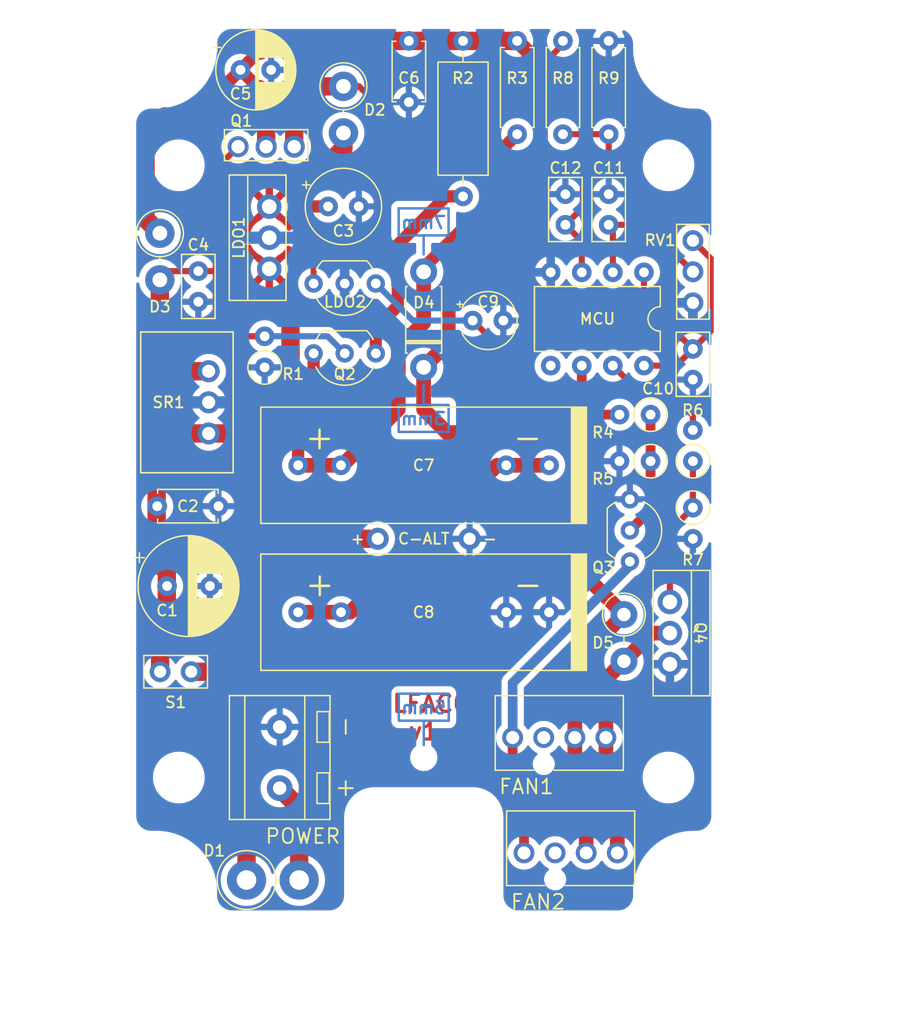
<source format=kicad_pcb>
(kicad_pcb (version 20211014) (generator pcbnew)
  (layers (0 "F.Cu" signal) (31 "B.Cu" signal) (34 "B.Paste" user) (35 "F.Paste" user) (36 "B.SilkS" user "B.Silkscreen") (37 "F.SilkS" user "F.Silkscreen") (38 "B.Mask" user) (39 "F.Mask" user) (44 "Edge.Cuts" user))
  (net 0 "")
  (net 1 "GND")
  (net 2 "Net-(C1-Pad1)")
  (net 3 "Net-(D2-Pad1)")
  (net 6 "Net-(FAN1-Pad4)")
  (net 7 "Net-(D1-Pad1)")
  (net 8 "Net-(D1-Pad2)")
  (net 9 "Net-(C3-Pad1)")
  (net 10 "Net-(C4-Pad1)")
  (net 11 "Net-(Q3-Pad2)")
  (net 13 "Net-(Q4-Pad1)")
  (net 14 "Net-(R4-Pad2)")
  (net 15 "Net-(C11-Pad1)")
  (net 16 "Net-(C10-Pad2)")
  (net 17 "Net-(R6-Pad2)")
  (net 18 "Net-(C5-Pad1)")
  (net 19 "Net-(C7-Pad1)")
  (net 20 "Net-(C7-Pad2)")
  (net 21 "Net-(Q2-Pad1)")
  (net 22 "Net-(C12-Pad1)")
  (net 23 "Net-(D5-Pad2)")
  (footprint "Capacitor_THT:C_Disc_D5.0mm_W2.5mm_P2.50mm" (layer "F.Cu") (at 65.57 46.5 90)
    (fp_text reference "C12")
    (fp_text value "0.1uF" hide)
  )
  (footprint "components:R_Axial_DIN0207_L6.3mm_D2.5mm_P7.62mm_Horizontal" (layer "F.Cu") (at 61.629686 31.48034 -90)
    (fp_text reference "R3")
    (fp_text value "330")
  )
  (footprint "Diode_THT:D_DO-41_SOD81_P3.81mm_Vertical_AnodeUp" (layer "F.Cu") (at 70.350204 78.330131 -90)
    (fp_text reference "D5")
    (fp_text value "1N5817" hide)
  )
  (footprint "Capacitor_THT:C_Disc_D5.0mm_W2.5mm_P2.50mm" (layer "F.Cu") (at 69.10687 46.5 90)
    (fp_text reference "C11")
    (fp_text value "0.1uF" hide)
  )
  (footprint "Capacitor_THT:C_Disc_D5.0mm_W2.5mm_P2.50mm" (layer "F.Cu") (at 35.582982 50.280987 -90)
    (fp_text reference "C4")
    (fp_text value "0.1uF")
  )
  (footprint "Package_TO_SOT_THT:TO-220-3_Vertical" (layer "F.Cu") (at 41.376883 50.093309 90)
    (fp_text reference "LDO1")
    (fp_text value "MIC2940A" hide)
  )
  (footprint "" (layer "F.Cu") (at 57.738286 72.140131)
    (fp_text reference "")
    (fp_text value "")
  )
  (footprint "Package_TO_SOT_THT:TO-251-3_Vertical" (layer "F.Cu") (at 38.833075 40.12)
    (fp_text reference "Q1")
    (fp_text value "TSM480P06")
  )
  (footprint "" (layer "F.Cu") (at 43.738286 78.140131 180)
    (fp_text reference "")
    (fp_text value "")
  )
  (footprint "Capacitor_THT:CP_Radial_D6.3mm_P2.50mm" (layer "F.Cu") (at 39.029794 33.847238)
    (fp_text reference "C5")
    (fp_text value "100uF" hide)
  )
  (footprint "Connector_PinHeader_2.54mm:PinHeader_1x03_P2.54mm_Vertical" (layer "F.Cu") (at 75.988286 52.873106 180)
    (fp_text reference "RV1")
    (fp_text value "50K" hide)
  )
  (footprint "Package_TO_SOT_THT:TO-220-3_Vertical" (layer "F.Cu") (at 74.104517 77.304451 -90)
    (fp_text reference "Q4")
    (fp_text value "STP55NF06L" hide)
  )
  (footprint "MountingHole:MountingHole_3.2mm_M3" (layer "F.Cu") (at 33.988286 41.640131)
    (fp_text reference "REF**" hide)
    (fp_text value "MountingHole_3.2mm_M3")
  )
  (footprint "Resistor_THT:R_Axial_DIN0207_L6.3mm_D2.5mm_P2.54mm_Vertical" (layer "F.Cu") (at 72.528286 65.80375 180)
    (fp_text reference "R5")
    (fp_text value "47K" hide)
  )
  (footprint "Capacitor_THT:C_Disc_D4.7mm_W2.5mm_P5.00mm" (layer "F.Cu") (at 52.784722 31.48034 -90)
    (fp_text reference "C6")
    (fp_text value "1uF" hide)
  )
  (footprint "Package_TO_SOT_THT:TO-92_Inline_Wide" (layer "F.Cu") (at 50.08 57 180)
    (fp_text reference "Q2")
    (fp_text value "TP0606")
  )
  (footprint "components:CONN_SD-47053-001_H10p00_MOL" (layer "F.Cu") (at 69.81 97.794404)
    (fp_text reference "FAN2")
    (fp_text value "Motor_DC" hide)
  )
  (footprint "" (layer "F.Cu") (at 43.738286 66.140131)
    (fp_text reference "")
    (fp_text value "")
  )
  (footprint "Capacitor_THT:CP_Radial_D8.0mm_P3.50mm" (layer "F.Cu") (at 33.028792 76)
    (fp_text reference "C1")
    (fp_text value "390uF")
  )
  (footprint "components:SCMR14L334SSBB0" (layer "F.Cu") (at 47.238286 78.140131)
    (fp_text reference "C8")
    (fp_text value "0.6F" hide)
  )
  (footprint "MountingHole:MountingHole_3.2mm_M3" (layer "F.Cu") (at 73.988286 41.640131)
    (fp_text reference "REF**" hide)
    (fp_text value "MountingHole_3.2mm_M3")
  )
  (footprint "Resistor_THT:R_Axial_DIN0207_L6.3mm_D2.5mm_P2.54mm_Vertical" (layer "F.Cu") (at 41 58.144515 90)
    (fp_text reference "R1")
    (fp_text value "47K")
  )
  (footprint "Capacitor_THT:C_Disc_D5.0mm_W2.5mm_P2.50mm" (layer "F.Cu") (at 75.988286 59.140131 90)
    (fp_text reference "C10")
    (fp_text value "0.1uF")
  )
  (footprint "Capacitor_THT:CP_Radial_Tantal_D6.0mm_P2.50mm" (layer "F.Cu") (at 46.186198 45)
    (fp_text reference "C3")
    (fp_text value "15uF")
  )
  (footprint "Diode_THT:D_DO-41_SOD81_P7.62mm_Horizontal" (layer "F.Cu") (at 53.988286 58.140131 90)
    (fp_text reference "D4")
    (fp_text value "SB140")
  )
  (footprint "Resistor_THT:R_Axial_DIN0207_L6.3mm_D2.5mm_P2.54mm_Vertical" (layer "F.Cu") (at 75.988286 69.60375 -90)
    (fp_text reference "R7")
    (fp_text value "47K" hide)
  )
  (footprint "MountingHole:MountingHole_3.2mm_M3" (layer "F.Cu") (at 73.988286 91.640131)
    (fp_text reference "REF**" hide)
    (fp_text value "MountingHole_3.2mm_M3" hide)
  )
  (footprint "Diode_THT:D_DO-15_P3.81mm_Vertical_AnodeUp" (layer "F.Cu") (at 47.436847 35.19 -90)
    (fp_text reference "D2")
    (fp_text value "STPS3L60Q")
  )
  (footprint "MountingHole:MountingHole_2mm" (layer "F.Cu") (at 54 90)
    (fp_text reference " ")
    (fp_text value " ")
  )
  (footprint "" (layer "F.Cu") (at 64.238286 66.140131)
    (fp_text reference "")
    (fp_text value "")
  )
  (footprint "Capacitor_THT:C_Disc_D4.7mm_W2.5mm_P5.00mm" (layer "F.Cu") (at 32.226954 69.479913)
    (fp_text reference "C2")
    (fp_text value "1uF" hide)
  )
  (footprint "components:R_Axial_DIN0207_L6.3mm_D2.5mm_P7.62mm_Horizontal" (layer "F.Cu") (at 65.370112 31.48034 -90)
    (fp_text reference "R8")
    (fp_text value "91K" hide)
  )
  (footprint "Package_TO_SOT_THT:TO-92_Inline_Wide" (layer "F.Cu") (at 70.83634 68.92 -90)
    (fp_text reference "Q3")
    (fp_text value "ZVN3306A" hide)
  )
  (footprint "components:SCMR14L334SSBB0" (layer "F.Cu") (at 47.238286 66.140131)
    (fp_text reference "C7")
    (fp_text value "0.6F" hide)
  )
  (footprint "MountingHole:MountingHole_3.2mm_M3" (layer "F.Cu") (at 33.988286 91.640131)
    (fp_text reference "REF**" hide)
    (fp_text value "MountingHole_3.2mm_M3" hide)
  )
  (footprint "" (layer "F.Cu") (at 64.238286 78.140131 180)
    (fp_text reference "")
    (fp_text value "")
  )
  (footprint "components:R_Axial_DIN0207_L6.3mm_D2.5mm_P7.62mm_Horizontal" (layer "F.Cu") (at 69.10687 31.48034 -90)
    (fp_text reference "R9")
    (fp_text value "15K" hide)
  )
  (footprint "Package_TO_SOT_THT:TO-92_Inline_Wide" (layer "F.Cu") (at 50.08 51.293212 180)
    (fp_text reference "LDO2")
    (fp_text value "AP7381" hide)
  )
  (footprint "components:TerminalBlock_RND_205-00045_1x02_P5.00mm_Horizontal" (layer "F.Cu") (at 42.228468 87.508401 -90)
    (fp_text reference "POWER1" hide)
    (fp_text value "SOLAR PANEL 0-25V" hide)
  )
  (footprint "Connector_PinHeader_2.54mm:PinHeader_1x02_P2.54mm_Vertical" (layer "F.Cu") (at 35 83 -90)
    (fp_text reference "S1")
    (fp_text value "Conn_01x02_Female" hide)
  )
  (footprint "Resistor_THT:R_Axial_DIN0207_L6.3mm_D2.5mm_P2.54mm_Vertical" (layer "F.Cu") (at 75.988286 65.80375 90)
    (fp_text reference "R6")
    (fp_text value "1K" hide)
  )
  (footprint "components:D_DO-201AD_P4.00mm_Vertical_AnodeUp" (layer "F.Cu") (at 39.519158 100.010338)
    (fp_text reference "D1")
    (fp_text value "1N5408")
  )
  (footprint "components:CONN_SD-47053-001_H10p00_MOL" (layer "F.Cu") (at 68.880071 88.3757)
    (fp_text reference "FAN1")
    (fp_text value "Motor_DC" hide)
  )
  (footprint "Resistor_THT:R_Axial_DIN0207_L6.3mm_D2.5mm_P2.54mm_Vertical" (layer "F.Cu") (at 72.528286 62.00375 180)
    (fp_text reference "R4")
    (fp_text value "150" hide)
  )
  (footprint "components:CONV_R-78K12-1.0" (layer "F.Cu") (at 34.651012 61 90)
    (fp_text reference "SR1" hide)
    (fp_text value "R-78K12-1.0" hide)
  )
  (footprint "Capacitor_THT:CP_Radial_Tantal_D4.5mm_P2.50mm" (layer "F.Cu") (at 58 54.320131)
    (fp_text reference "C9")
    (fp_text value "4.7uF" hide)
  )
  (footprint "Package_DIP:DIP-8_W7.62mm" (layer "F.Cu") (at 71.988286 50.38 -90)
    (fp_text reference "U1" hide)
    (fp_text value "ATtiny85" hide)
  )
  (footprint "components:R_Axial_DIN0309_L9.0mm_D3.9mm_P12.70mm_Horizontal" (layer "F.Cu") (at 57.206598 31.48034 -90)
    (fp_text reference "R2")
    (fp_text value "82")
  )
  (footprint "Diode_THT:D_DO-15_P3.81mm_Vertical_AnodeUp" (layer "F.Cu") (at 32.440301 47.187871 -90)
    (fp_text reference "D3")
    (fp_text value "STPS3L60Q")
  )
  (footprint "" (layer "F.Cu") (at 50.238286 72.140131)
    (fp_text reference "")
    (fp_text value "")
  )
  (gr_line (start 53.989202 48.925749) (end 53.988286 47.366247) (layer "B.Cu") (width 0.2))
  (gr_line (start 54 87) (end 54 89) (layer "B.Cu") (width 0.2))
  (gr_line (start 53.987396 59.57343) (end 53.988286 61.140131) (layer "B.Cu") (width 0.2))
  (gr_rect (start 51.948286 61.207215) (end 56.02828 63.413633) (layer "B.Cu") (width 0.2) (fill none))
  (gr_rect (start 51.948286 45.159829) (end 56.028286 47.366247) (layer "B.Cu") (width 0.2) (fill none))
  (gr_rect (start 51.96 84.793582) (end 56.04 87) (layer "B.Cu") (width 0.2) (fill none))
  (gr_poly (pts (xy 69.973464 30.002233) (xy 70.060831 30.008872) (xy 70.146928 30.019808) (xy 70.231646 30.034933) (xy 70.314878 30.054139) (xy 70.396516 30.077318) (xy 70.47645 30.104361) (xy 70.554574 30.135162) (xy 70.63078 30.169611) (xy 70.704958 30.207601) (xy 70.777001 30.249023) (xy 70.846801 30.293769) (xy 70.914249 30.341732) (xy 70.979238 30.392802) (xy 71.04166 30.446873) (xy 71.101406 30.503835) (xy 71.158369 30.563581) (xy 71.212439 30.626003) (xy 71.26351 30.690992) (xy 71.311472 30.758441) (xy 71.356218 30.828241) (xy 71.39764 30.900284) (xy 71.43563 30.974463) (xy 71.470079 31.050668) (xy 71.50088 31.128792) (xy 71.527924 31.208727) (xy 71.551103 31.290365) (xy 71.570309 31.373597) (xy 71.585434 31.458315) (xy 71.59637 31.544412) (xy 71.603009 31.631779) (xy 71.605242 31.720308) (xy 71.605242 32.055172) (xy 71.611036 32.283909) (xy 71.628211 32.509643) (xy 71.656488 32.732095) (xy 71.695589 32.950984) (xy 71.745232 33.166032) (xy 71.80514 33.37696) (xy 71.875033 33.583488) (xy 71.954632 33.785336) (xy 72.043657 33.982227) (xy 72.141828 34.17388) (xy 72.248867 34.360016) (xy 72.364495 34.540355) (xy 72.488431 34.714619) (xy 72.620398 34.882529) (xy 72.760114 35.043804) (xy 72.907302 35.198167) (xy 73.061681 35.345336) (xy 73.222973 35.485034) (xy 73.390898 35.616981) (xy 73.565177 35.740897) (xy 73.74553 35.856503) (xy 73.931679 35.963521) (xy 74.123343 36.06167) (xy 74.320244 36.150672) (xy 74.522102 36.230247) (xy 74.728637 36.300116) (xy 74.939572 36.36) (xy 75.154626 36.409619) (xy 75.37352 36.448694) (xy 75.595974 36.476946) (xy 75.82171 36.494095) (xy 76.050448 36.499863) (xy 76.279894 36.499863) (xy 76.368423 36.502096) (xy 76.455789 36.508735) (xy 76.541886 36.519671) (xy 76.626604 36.534796) (xy 76.709835 36.554002) (xy 76.791472 36.577181) (xy 76.871407 36.604225) (xy 76.949531 36.635025) (xy 77.025736 36.669475) (xy 77.099914 36.707464) (xy 77.171957 36.748886) (xy 77.241757 36.793633) (xy 77.309205 36.841595) (xy 77.374194 36.892666) (xy 77.436616 36.946736) (xy 77.496362 37.003699) (xy 77.553324 37.063445) (xy 77.607395 37.125866) (xy 77.658465 37.190856) (xy 77.706428 37.258304) (xy 77.751174 37.328104) (xy 77.792596 37.400147) (xy 77.830586 37.474326) (xy 77.865036 37.550531) (xy 77.895836 37.628655) (xy 77.92288 37.70859) (xy 77.94606 37.790227) (xy 77.965266 37.873459) (xy 77.980391 37.958178) (xy 77.991328 38.044275) (xy 77.997967 38.131642) (xy 78.0002 38.220171) (xy 78.0002 94.780281) (xy 77.997967 94.86881) (xy 77.991329 94.956176) (xy 77.980393 95.042271) (xy 77.965269 95.126989) (xy 77.946063 95.210219) (xy 77.922884 95.291855) (xy 77.89584 95.371788) (xy 77.86504 95.44991) (xy 77.830591 95.526114) (xy 77.792601 95.60029) (xy 77.751179 95.672331) (xy 77.706433 95.74213) (xy 77.658471 95.809576) (xy 77.6074 95.874564) (xy 77.55333 95.936984) (xy 77.496368 95.996729) (xy 77.436622 96.05369) (xy 77.3742 96.10776) (xy 77.309211 96.158829) (xy 77.241762 96.206791) (xy 77.171962 96.251538) (xy 77.099919 96.29296) (xy 77.02574 96.33095) (xy 76.949535 96.3654) (xy 76.871411 96.396202) (xy 76.791476 96.423248) (xy 76.709838 96.446429) (xy 76.626606 96.465638) (xy 76.541888 96.480766) (xy 76.455791 96.491706) (xy 76.368423 96.498349) (xy 76.279894 96.500587) (xy 76.050448 96.500587) (xy 75.821691 96.506371) (xy 75.595937 96.523537) (xy 75.373465 96.551804) (xy 75.154555 96.590895) (xy 74.939486 96.64053) (xy 74.728536 96.700429) (xy 74.521987 96.770313) (xy 74.320116 96.849903) (xy 74.123204 96.93892) (xy 73.931529 97.037085) (xy 73.745372 97.144118) (xy 73.565011 97.259739) (xy 73.390725 97.383671) (xy 73.222795 97.515632) (xy 73.061499 97.655345) (xy 72.907117 97.80253) (xy 72.759928 97.956908) (xy 72.620212 98.118199) (xy 72.488247 98.286124) (xy 72.364314 98.460404) (xy 72.248691 98.640759) (xy 72.141659 98.826911) (xy 72.043495 99.01858) (xy 71.954481 99.215487) (xy 71.874894 99.417353) (xy 71.805015 99.623897) (xy 71.745122 99.834842) (xy 71.695496 100.049908) (xy 71.656415 100.268815) (xy 71.628158 100.491284) (xy 71.611006 100.717037) (xy 71.605238 100.945793) (xy 71.605238 101.280144) (xy 71.603005 101.368673) (xy 71.596366 101.45604) (xy 71.58543 101.542137) (xy 71.570305 101.626856) (xy 71.551099 101.710088) (xy 71.52792 101.791726) (xy 71.500876 101.871661) (xy 71.470076 101.949785) (xy 71.435627 102.02599) (xy 71.397637 102.100168) (xy 71.356215 102.172212) (xy 71.311469 102.242012) (xy 71.263507 102.30946) (xy 71.212436 102.37445) (xy 71.158366 102.436871) (xy 71.101404 102.496617) (xy 71.041658 102.55358) (xy 70.979236 102.60765) (xy 70.914247 102.658721) (xy 70.846799 102.706683) (xy 70.776999 102.751429) (xy 70.704956 102.792851) (xy 70.630777 102.830841) (xy 70.554572 102.86529) (xy 70.476448 102.89609) (xy 70.396513 102.923134) (xy 70.314876 102.946312) (xy 70.231644 102.965518) (xy 70.146925 102.980643) (xy 70.060828 102.991579) (xy 69.973461 102.998217) (xy 69.884932 103.00045) (xy 61.725237 103.000107) (xy 61.636445 102.997858) (xy 61.548819 102.991192) (xy 61.462467 102.980216) (xy 61.377497 102.965038) (xy 61.294019 102.945769) (xy 61.21214 102.922515) (xy 61.131969 102.895385) (xy 61.053613 102.864487) (xy 60.977183 102.829931) (xy 60.902785 102.791824) (xy 60.830529 102.750275) (xy 60.760523 102.705392) (xy 60.692875 102.657284) (xy 60.627693 102.606058) (xy 60.565087 102.551825) (xy 60.505164 102.494691) (xy 60.448033 102.434765) (xy 60.393802 102.372156) (xy 60.342579 102.306973) (xy 60.294474 102.239322) (xy 60.249594 102.169314) (xy 60.208048 102.097056) (xy 60.169944 102.022657) (xy 60.135391 101.946225) (xy 60.104497 101.867869) (xy 60.077371 101.787696) (xy 60.05412 101.705816) (xy 60.034854 101.622337) (xy 60.01968 101.537367) (xy 60.008708 101.451015) (xy 60.002045 101.363389) (xy 59.9998 101.274597) (xy 59.999804 94.915413) (xy 59.997236 94.813854) (xy 59.989615 94.713628) (xy 59.977064 94.614859) (xy 59.959709 94.517672) (xy 59.937672 94.42219) (xy 59.911078 94.328536) (xy 59.880051 94.236836) (xy 59.844714 94.147214) (xy 59.805193 94.059792) (xy 59.76161 93.974696) (xy 59.71409 93.892048) (xy 59.662756 93.811974) (xy 59.607734 93.734597) (xy 59.549146 93.660042) (xy 59.487117 93.588431) (xy 59.42177 93.51989) (xy 59.353231 93.454542) (xy 59.281622 93.392511) (xy 59.207067 93.333921) (xy 59.129692 93.278896) (xy 59.049619 93.227561) (xy 58.966973 93.180038) (xy 58.881878 93.136453) (xy 58.794458 93.096929) (xy 58.704836 93.06159) (xy 58.613137 93.03056) (xy 58.519484 93.003964) (xy 58.424002 92.981924) (xy 58.326815 92.964566) (xy 58.228047 92.952013) (xy 58.127821 92.944389) (xy 58.026262 92.941818) (xy 49.973543 92.941589) (xy 49.875682 92.944012) (xy 49.778485 92.951241) (xy 49.682113 92.963209) (xy 49.58673 92.979849) (xy 49.492495 93.001095) (xy 49.399572 93.026878) (xy 49.308122 93.057134) (xy 49.218307 93.091793) (xy 49.130288 93.13079) (xy 49.044227 93.174057) (xy 48.960286 93.221527) (xy 48.878627 93.273134) (xy 48.799411 93.32881) (xy 48.722801 93.388489) (xy 48.648958 93.452102) (xy 48.578043 93.519585) (xy 48.510559 93.590497) (xy 48.446942 93.664339) (xy 48.387262 93.740948) (xy 48.331583 93.820162) (xy 48.279974 93.90182) (xy 48.232501 93.98576) (xy 48.189231 94.071819) (xy 48.150231 94.159838) (xy 48.115569 94.249652) (xy 48.085311 94.341102) (xy 48.059524 94.434025) (xy 48.038275 94.528258) (xy 48.021632 94.623641) (xy 48.00966 94.720012) (xy 48.002428 94.817209) (xy 48.000002 94.91507) (xy 48.000006 101.274261) (xy 47.997761 101.363055) (xy 47.991098 101.450682) (xy 47.980125 101.537036) (xy 47.964952 101.622007) (xy 47.945686 101.705488) (xy 47.922436 101.787369) (xy 47.895309 101.867543) (xy 47.864416 101.945901) (xy 47.829863 102.022335) (xy 47.79176 102.096735) (xy 47.750214 102.168995) (xy 47.705334 102.239005) (xy 47.65723 102.306657) (xy 47.606007 102.371842) (xy 47.551777 102.434453) (xy 47.494646 102.49438) (xy 47.434723 102.551516) (xy 47.372116 102.605751) (xy 47.306935 102.656978) (xy 47.239287 102.705089) (xy 47.16928 102.749974) (xy 47.097024 102.791525) (xy 47.022626 102.829634) (xy 46.946195 102.864192) (xy 46.86784 102.895092) (xy 46.787668 102.922224) (xy 46.705788 102.945481) (xy 46.622309 102.964753) (xy 46.537339 102.979933) (xy 46.450985 102.990911) (xy 46.363358 102.997581) (xy 46.274565 102.999832) (xy 38.325075 103.000465) (xy 38.236546 102.998232) (xy 38.149179 102.991594) (xy 38.063082 102.980658) (xy 37.978364 102.965534) (xy 37.895132 102.946328) (xy 37.813494 102.923149) (xy 37.733559 102.896105) (xy 37.655435 102.865305) (xy 37.57923 102.830856) (xy 37.505051 102.792866) (xy 37.433008 102.751444) (xy 37.363208 102.706698) (xy 37.295759 102.658736) (xy 37.23077 102.607665) (xy 37.168348 102.553595) (xy 37.108602 102.496633) (xy 37.05164 102.436887) (xy 36.997569 102.374465) (xy 36.946499 102.309476) (xy 36.898536 102.242027) (xy 36.85379 102.172227) (xy 36.812368 102.100184) (xy 36.774378 102.026005) (xy 36.739929 101.9498) (xy 36.709128 101.871676) (xy 36.682085 101.791741) (xy 36.658906 101.710103) (xy 36.6397 101.626871) (xy 36.624574 101.542153) (xy 36.613639 101.456056) (xy 36.607 101.368688) (xy 36.604767 101.280159) (xy 36.604767 100.945808) (xy 36.598999 100.717071) (xy 36.58185 100.491335) (xy 36.553598 100.268881) (xy 36.514523 100.049987) (xy 36.464904 99.834933) (xy 36.40502 99.623999) (xy 36.335151 99.417463) (xy 36.255576 99.215606) (xy 36.166574 99.018705) (xy 36.068425 98.827041) (xy 35.961407 98.640893) (xy 35.845801 98.46054) (xy 35.721884 98.286261) (xy 35.589938 98.118337) (xy 35.45024 97.957045) (xy 35.30307 97.802666) (xy 35.148708 97.655478) (xy 34.987432 97.515762) (xy 34.819523 97.383796) (xy 34.645259 97.259859) (xy 34.464919 97.144232) (xy 34.278783 97.037192) (xy 34.08713 96.939021) (xy 33.89024 96.849996) (xy 33.688391 96.770397) (xy 33.481864 96.700504) (xy 33.270936 96.640596) (xy 33.055888 96.590952) (xy 32.836999 96.551851) (xy 32.614547 96.523573) (xy 32.388814 96.506397) (xy 32.160076 96.500603) (xy 31.720308 96.500603) (xy 31.631779 96.49837) (xy 31.544412 96.491731) (xy 31.458315 96.480796) (xy 31.373597 96.465671) (xy 31.290365 96.446465) (xy 31.208727 96.423286) (xy 31.128792 96.396242) (xy 31.050668 96.365442) (xy 30.974463 96.330993) (xy 30.900284 96.293004) (xy 30.828241 96.251582) (xy 30.758441 96.206835) (xy 30.690992 96.158873) (xy 30.626003 96.107803) (xy 30.563581 96.053732) (xy 30.503835 95.99677) (xy 30.446873 95.937024) (xy 30.392802 95.874602) (xy 30.341732 95.809613) (xy 30.293769 95.742164) (xy 30.249023 95.672364) (xy 30.207601 95.600321) (xy 30.169611 95.526143) (xy 30.135162 95.449937) (xy 30.104361 95.371813) (xy 30.077318 95.291878) (xy 30.054139 95.210241) (xy 30.034933 95.127009) (xy 30.019808 95.04229) (xy 30.008872 94.956193) (xy 30.002233 94.868826) (xy 30 94.780296) (xy 30 38.220171) (xy 30.002233 38.131642) (xy 30.008872 38.044275) (xy 30.019808 37.958178) (xy 30.034933 37.873459) (xy 30.054139 37.790227) (xy 30.077318 37.70859) (xy 30.104362 37.628655) (xy 30.135163 37.550531) (xy 30.169612 37.474325) (xy 30.207602 37.400147) (xy 30.249024 37.328104) (xy 30.29377 37.258304) (xy 30.341733 37.190855) (xy 30.392803 37.125866) (xy 30.446874 37.063444) (xy 30.503836 37.003698) (xy 30.563582 36.946735) (xy 30.626004 36.892665) (xy 30.690993 36.841594) (xy 30.758442 36.793632) (xy 30.828242 36.748886) (xy 30.900285 36.707463) (xy 30.974463 36.669474) (xy 31.050668 36.635025) (xy 31.128792 36.604224) (xy 31.208727 36.57718) (xy 31.290365 36.554001) (xy 31.373597 36.534795) (xy 31.458315 36.51967) (xy 31.544412 36.508734) (xy 31.631779 36.502096) (xy 31.720308 36.499863) (xy 32.160076 36.499863) (xy 32.388795 36.494069) (xy 32.614511 36.476896) (xy 32.836945 36.448623) (xy 33.055819 36.409528) (xy 33.270851 36.359892) (xy 33.481765 36.299992) (xy 33.688279 36.23011) (xy 33.890115 36.150523) (xy 34.086994 36.061511) (xy 34.278637 35.963353) (xy 34.464764 35.856329) (xy 34.645095 35.740717) (xy 34.819353 35.616798) (xy 34.987257 35.484849) (xy 35.148528 35.345151) (xy 35.302888 35.197983) (xy 35.450056 35.043623) (xy 35.589754 34.882352) (xy 35.721702 34.714448) (xy 35.845622 34.54019) (xy 35.961233 34.359858) (xy 36.068258 34.173732) (xy 36.166415 33.982089) (xy 36.255427 33.78521) (xy 36.335014 33.583374) (xy 36.404897 33.37686) (xy 36.464796 33.165947) (xy 36.514432 32.950914) (xy 36.553527 32.732041) (xy 36.5818 32.509607) (xy 36.598974 32.283891) (xy 36.604767 32.055172) (xy 36.604767 31.720308) (xy 36.607 31.631779) (xy 36.613639 31.544412) (xy 36.624574 31.458315) (xy 36.6397 31.373596) (xy 36.658906 31.290364) (xy 36.682085 31.208727) (xy 36.709128 31.128792) (xy 36.739929 31.050668) (xy 36.774378 30.974462) (xy 36.812368 30.900284) (xy 36.85379 30.828241) (xy 36.898536 30.758441) (xy 36.946499 30.690992) (xy 36.997569 30.626003) (xy 37.05164 30.563581) (xy 37.108602 30.503835) (xy 37.168348 30.446872) (xy 37.23077 30.392802) (xy 37.295759 30.341731) (xy 37.363208 30.293769) (xy 37.433008 30.249023) (xy 37.505051 30.207601) (xy 37.57923 30.169611) (xy 37.655435 30.135162) (xy 37.733559 30.104361) (xy 37.813494 30.077317) (xy 37.895132 30.054139) (xy 37.978364 30.034933) (xy 38.063082 30.019808) (xy 38.149179 30.008872) (xy 38.236546 30.002233) (xy 38.325075 30) (xy 69.884936 30)) (layer "Edge.Cuts") (width 0.0001) (fill none))
  (gr_text "SOLFACON\nv1" (at 54 86.735295) (layer "F.Cu") (effects (font (size 1.4 1.4) (thickness 0.25))))
  (gr_text "7mm" (at 53.981242 46.319839) (layer "B.Cu") (effects (font (size 1 1) (thickness 0.2)) (justify mirror)))
  (gr_text "5mm" (at 53.992123 85.940604) (layer "B.Cu") (effects (font (size 1 1) (thickness 0.2)) (justify mirror)))
  (gr_text "3mm" (at 53.964656 62.340982) (layer "B.Cu") (effects (font (size 1 1) (thickness 0.2)) (justify mirror)))
  (gr_text "+\n" (at 47.510012 92.507842 90) (layer "F.SilkS") (effects (font (size 1.5 1.5))))
  (gr_text "-" (at 62.4828 64.140131 180) (layer "F.SilkS") (effects (font (size 2 2) (thickness 0.2))))
  (gr_text "+" (at 45.505057 76.140131 180) (layer "F.SilkS") (effects (font (size 2 2) (thickness 0.2))))
  (gr_text "+    C-ALT    -\n" (at 54 72.140131) (layer "F.SilkS") (effects (font (size 0.9 0.9))))
  (gr_text "-" (at 47.510012 87.507842 90) (layer "F.SilkS") (effects (font (size 1.5 1.5))))
  (gr_text "+" (at 45.4828 64.140131 180) (layer "F.SilkS") (effects (font (size 2 2) (thickness 0.2))))
  (gr_text "-" (at 62.505057 76.140131 180) (layer "F.SilkS") (effects (font (size 2 2) (thickness 0.2))))
  (segment (start 42 52.087449) (end 41.535666 52.087449) (width 0.6) (layer "F.Cu") (net 2))
  (segment (start 36.426012 63.54) (end 34.46 63.54) (width 1.5) (layer "F.Cu") (net 2))
  (segment (start 32.175657 74) (end 33.006716 74.831059) (width 1.5) (layer "F.Cu") (net 2))
  (segment (start 32.181261 72.140131) (end 50.238286 72.140131) (width 1.5) (layer "F.Cu") (net 2))
  (segment (start 34.46 63.54) (end 32.175657 65.824343) (width 1.5) (layer "F.Cu") (net 2))
  (segment (start 33.006716 74.831059) (end 33.006716 77.924102) (width 1.5) (layer "F.Cu") (net 2))
  (segment (start 42.265873 52.198646) (end 43.11224 53.045013) (width 1.5) (layer "F.Cu") (net 2))
  (segment (start 41.46 63.54) (end 36.426012 63.54) (width 1.5) (layer "F.Cu") (net 2))
  (segment (start 41.376883 51.928666) (end 41.376883 50.093309) (width 0.6) (layer "F.Cu") (net 2))
  (segment (start 32.46 78.470818) (end 32.46 83) (width 1.5) (layer "F.Cu") (net 2))
  (segment (start 33.006716 77.924102) (end 32.46 78.470818) (width 1.5) (layer "F.Cu") (net 2))
  (segment (start 43.11224 53.045013) (end 43.11224 61.88776) (width 1.5) (layer "F.Cu") (net 2))
  (segment (start 41.535666 52.087449) (end 41.376883 51.928666) (width 0.6) (layer "F.Cu") (net 2))
  (segment (start 43.11224 61.88776) (end 41.46 63.54) (width 1.5) (layer "F.Cu") (net 2))
  (segment (start 32.175657 65.824343) (end 32.175657 74) (width 1.5) (layer "F.Cu") (net 2))
  (segment (start 47.436847 35.19) (end 45.692262 35.19) (width 1.5) (layer "F.Cu") (net 3))
  (segment (start 43.413075 37.469187) (end 43.413075 40.12) (width 1.5) (layer "F.Cu") (net 3))
  (segment (start 45.692262 35.19) (end 43.413075 37.469187) (width 1.5) (layer "F.Cu") (net 3))
  (segment (start 50.159506 46.840494) (end 48.717448 48.282552) (width 0.5) (layer "F.Cu") (net 3))
  (segment (start 48.717448 48.282552) (end 46.217448 48.282552) (width 0.5) (layer "F.Cu") (net 3))
  (segment (start 48.714735 35.19) (end 50.159506 36.634771) (width 0.5) (layer "F.Cu") (net 3))
  (segment (start 45 49.5) (end 45 51.293212) (width 0.5) (layer "F.Cu") (net 3))
  (segment (start 47.436847 35.19) (end 48.714735 35.19) (width 0.5) (layer "F.Cu") (net 3))
  (segment (start 50.159506 36.634771) (end 50.159506 46.840494) (width 0.5) (layer "F.Cu") (net 3))
  (segment (start 46.217448 48.282552) (end 45 49.5) (width 0.5) (layer "F.Cu") (net 3))
  (segment (start 61.260071 91.260071) (end 62.19 92.19) (width 0.8) (layer "F.Cu") (net 6))
  (segment (start 61.260071 88.3757) (end 61.260071 91.260071) (width 0.8) (layer "F.Cu") (net 6))
  (segment (start 62.19 92.19) (end 62.19 97.794404) (width 0.8) (layer "F.Cu") (net 6))
  (segment (start 70.83634 74.336381) (end 61.260071 83.91265) (width 0.8) (layer "B.Cu") (net 6))
  (segment (start 61.260071 83.91265) (end 61.260071 88.3757) (width 0.8) (layer "B.Cu") (net 6))
  (segment (start 70.83634 74) (end 70.83634 74.336381) (width 0.8) (layer "B.Cu") (net 6))
  (segment (start 37 83) (end 39.519158 85.519158) (width 1.5) (layer "F.Cu") (net 7))
  (segment (start 35 83) (end 37 83) (width 1.5) (layer "F.Cu") (net 7))
  (segment (start 39.519158 85.519158) (end 39.519158 100.010338) (width 1.5) (layer "F.Cu") (net 7))
  (segment (start 43.819158 94.099091) (end 43.819158 100.010338) (width 1.5) (layer "F.Cu") (net 8))
  (segment (start 42.228468 92.508401) (end 43.819158 94.099091) (width 1.5) (layer "F.Cu") (net 8))
  (segment (start 42.60061 42.564562) (end 45.124513 42.564562) (width 1.5) (layer "F.Cu") (net 9))
  (segment (start 41.376883 42.286024) (end 41.376883 45.013309) (width 0.6) (layer "F.Cu") (net 9))
  (segment (start 45.124513 42.564562) (end 47.436847 40.252228) (width 1.5) (layer "F.Cu") (net 9))
  (segment (start 47.436847 40.252228) (end 47.436847 39) (width 1.5) (layer "F.Cu") (net 9))
  (segment (start 43.414565 45) (end 46.186198 45) (width 1) (layer "F.Cu") (net 9))
  (segment (start 44 42.110074) (end 41.162641 42.110074) (width 0.6) (layer "F.Cu") (net 9))
  (segment (start 38.833075 40.12) (end 37.001574 41.951501) (width 0.5) (layer "F.Cu") (net 10))
  (segment (start 37.001574 54.001574) (end 38.604515 55.604515) (width 0.5) (layer "F.Cu") (net 10))
  (segment (start 33.157185 50.280987) (end 36.962709 50.280987) (width 0.5) (layer "F.Cu") (net 10))
  (segment (start 37.001574 41.951501) (end 37.001574 54.001574) (width 0.5) (layer "F.Cu") (net 10))
  (segment (start 32.440301 56.457295) (end 34.443006 58.46) (width 1.5) (layer "F.Cu") (net 10))
  (segment (start 32.440301 50.997871) (end 33.157185 50.280987) (width 0.5) (layer "F.Cu") (net 10))
  (segment (start 34.443006 58.46) (end 36.426012 58.46) (width 1.5) (layer "F.Cu") (net 10))
  (segment (start 32.440301 50.997871) (end 32.440301 56.457295) (width 1.5) (layer "F.Cu") (net 10))
  (segment (start 38.604515 55.604515) (end 41 55.604515) (width 0.5) (layer "F.Cu") (net 10))
  (segment (start 46.144515 55.604515) (end 47.54 57) (width 0.5) (layer "B.Cu") (net 10))
  (segment (start 41 55.604515) (end 46.144515 55.604515) (width 0.5) (layer "B.Cu") (net 10))
  (segment (start 72.528286 61.80375) (end 72.528286 69.768054) (width 0.8) (layer "F.Cu") (net 11))
  (segment (start 72.528286 69.768054) (end 70.83634 71.46) (width 0.8) (layer "F.Cu") (net 11))
  (segment (start 75.988286 69.60375) (end 74.104517 71.487519) (width 0.5) (layer "F.Cu") (net 13))
  (segment (start 75.988286 65.80375) (end 75.988286 69.60375) (width 0.5) (layer "F.Cu") (net 13))
  (segment (start 74.104517 71.487519) (end 74.104517 77.304451) (width 0.5) (layer "F.Cu") (net 13))
  (segment (start 68.436468 62.00375) (end 69.988286 62.00375) (width 0.8) (layer "F.Cu") (net 14))
  (segment (start 66.908286 58) (end 66.908286 60.475568) (width 0.8) (layer "F.Cu") (net 14))
  (segment (start 66.908286 60.475568) (end 68.436468 62.00375) (width 0.8) (layer "F.Cu") (net 14))
  (segment (start 72.15518 46.5) (end 75.988286 50.333106) (width 0.5) (layer "F.Cu") (net 15))
  (segment (start 69.448286 50.38) (end 69.448286 46.841416) (width 0.5) (layer "F.Cu") (net 15))
  (segment (start 69.448286 46.841416) (end 69.10687 46.5) (width 0.5) (layer "F.Cu") (net 15))
  (segment (start 69.10687 46.5) (end 72.15518 46.5) (width 0.5) (layer "F.Cu") (net 15))
  (segment (start 74.628417 58) (end 75.988286 56.640131) (width 0.5) (layer "F.Cu") (net 16))
  (segment (start 71.988286 55.697405) (end 71.988286 50.38) (width 0.5) (layer "F.Cu") (net 16))
  (segment (start 71.988286 58) (end 74.628417 58) (width 0.5) (layer "F.Cu") (net 16))
  (segment (start 59.454307 55.774438) (end 58 54.320131) (width 0.5) (layer "F.Cu") (net 16))
  (segment (start 77.438896 55.189521) (end 75.988286 56.640131) (width 0.5) (layer "F.Cu") (net 16))
  (segment (start 75.988286 56.640131) (end 75.122593 55.774438) (width 0.5) (layer "F.Cu") (net 16))
  (segment (start 77.438896 49.243716) (end 77.438896 55.189521) (width 0.5) (layer "F.Cu") (net 16))
  (segment (start 75.988286 47.793106) (end 77.438896 49.243716) (width 0.5) (layer "F.Cu") (net 16))
  (segment (start 75.122593 55.774438) (end 59.454307 55.774438) (width 0.5) (layer "F.Cu") (net 16))
  (segment (start 50.08 51.293212) (end 53.106919 54.320131) (width 0.5) (layer "B.Cu") (net 16))
  (segment (start 53.106919 54.320131) (end 58 54.320131) (width 0.5) (layer "B.Cu") (net 16))
  (segment (start 75.988286 62.08196) (end 75.988286 63.26375) (width 0.5) (layer "F.Cu") (net 17))
  (segment (start 73.687995 59.781669) (end 75.988286 62.08196) (width 0.5) (layer "F.Cu") (net 17))
  (segment (start 69.448286 58) (end 71.229955 59.781669) (width 0.5) (layer "F.Cu") (net 17))
  (segment (start 71.229955 59.781669) (end 73.687995 59.781669) (width 0.5) (layer "F.Cu") (net 17))
  (segment (start 55.880872 63.469001) (end 65.469001 63.469001) (width 1.2) (layer "F.Cu") (net 18))
  (segment (start 32.834847 37.657564) (end 31.265597 39.226814) (width 1.5) (layer "F.Cu") (net 18))
  (segment (start 37.496546 35.401849) (end 35.240831 37.657564) (width 1.5) (layer "F.Cu") (net 18))
  (segment (start 63.373703 33.74544) (end 65.57 31.549143) (width 0.5) (layer "F.Cu") (net 18))
  (segment (start 61.279931 31.470817) (end 61.270408 31.48034) (width 1.5) (layer "F.Cu") (net 18))
  (segment (start 56 52.118461) (end 56 56.128417) (width 1.2) (layer "F.Cu") (net 18))
  (segment (start 40.574539 35.391983) (end 39.029794 33.847238) (width 1) (layer "F.Cu") (net 18))
  (segment (start 41.41522 31.48034) (end 40.620221 32.275339) (width 1.5) (layer "F.Cu") (net 18))
  (segment (start 53.988286 61.576415) (end 55.880872 63.469001) (width 1.2) (layer "F.Cu") (net 18))
  (segment (start 40.534877 32.342155) (end 39.029794 33.847238) (width 1) (layer "F.Cu") (net 18))
  (segment (start 31.265597 39.226814) (end 31.265597 46.013167) (width 1.5) (layer "F.Cu") (net 18))
  (segment (start 66.340071 82.340264) (end 66.340071 93.109864) (width 1.2) (layer "F.Cu") (net 18))
  (segment (start 56 56.128417) (end 53.988286 58.140131) (width 1.2) (layer "F.Cu") (net 18))
  (segment (start 41.123075 40.12) (end 41.123075 35.980658) (width 1.5) (layer "F.Cu") (net 18))
  (segment (start 63.529079 33.379733) (end 63.529079 44.589382) (width 1.2) (layer "F.Cu") (net 18))
  (segment (start 35.240831 37.657564) (end 32.834847 37.657564) (width 1.5) (layer "F.Cu") (net 18))
  (segment (start 66.340071 93.109864) (end 67.27 94.039793) (width 1.2) (layer "F.Cu") (net 18))
  (segment (start 67.193909 75.173836) (end 70.350204 78.330131) (width 1.2) (layer "F.Cu") (net 18))
  (segment (start 56.451334 31.48034) (end 41.41522 31.48034) (width 1.5) (layer "F.Cu") (net 18))
  (segment (start 39.029794 33.847238) (end 37.484307 35.392725) (width 1) (layer "F.Cu") (net 18))
  (segment (start 67.27 94.039793) (end 67.27 97.794404) (width 1.2) (layer "F.Cu") (net 18))
  (segment (start 61.270408 31.48034) (end 56.451334 31.48034) (width 1.5) (layer "F.Cu") (net 18))
  (segment (start 53.988286 58.140131) (end 53.988286 61.576415) (width 1.2) (layer "F.Cu") (net 18))
  (segment (start 41.123075 35.980658) (end 40.563254 35.420837) (width 1.5) (layer "F.Cu") (net 18))
  (segment (start 63.529079 44.589382) (end 56 52.118461) (width 1.2) (layer "F.Cu") (net 18))
  (segment (start 67.193909 65.193909) (end 67.193909 75.173836) (width 1.2) (layer "F.Cu") (net 18))
  (segment (start 65.469001 63.469001) (end 67.193909 65.193909) (width 1.2) (layer "F.Cu") (net 18))
  (segment (start 70.350204 78.330131) (end 66.340071 82.340264) (width 1.2) (layer "F.Cu") (net 18))
  (segment (start 65.57 31.549143) (end 65.57 31.48034) (width 0.5) (layer "F.Cu") (net 18))
  (segment (start 31.265597 46.013167) (end 32.440301 47.187871) (width 1.5) (layer "F.Cu") (net 18))
  (segment (start 61.629686 31.48034) (end 63.529079 33.379733) (width 1.2) (layer "F.Cu") (net 18))
  (segment (start 53.988286 50.011714) (end 53.988286 50.340131) (width 1) (layer "F.Cu") (net 19))
  (segment (start 43.738286 64.261714) (end 43.738286 66.140131) (width 1) (layer "F.Cu") (net 19))
  (segment (start 60.569444 40.160582) (end 60.569444 43.430556) (width 1) (layer "F.Cu") (net 19))
  (segment (start 51.91927 61.571726) (end 47.350865 66.140131) (width 1.2) (layer "F.Cu") (net 19))
  (segment (start 45 63) (end 43.738286 64.261714) (width 1) (layer "F.Cu") (net 19))
  (segment (start 45 57) (end 45 63) (width 1) (layer "F.Cu") (net 19))
  (segment (start 53.988286 54.501063) (end 51.91927 56.570079) (width 1.2) (layer "F.Cu") (net 19))
  (segment (start 60.569444 43.430556) (end 53.988286 50.011714) (width 1) (layer "F.Cu") (net 19))
  (segment (start 51.91927 56.570079) (end 51.91927 61.571726) (width 1.2) (layer "F.Cu") (net 19))
  (segment (start 53.988286 50.340131) (end 53.988286 54.501063) (width 1.2) (layer "F.Cu") (net 19))
  (segment (start 61.629686 39.10034) (end 60.569444 40.160582) (width 1) (layer "F.Cu") (net 19))
  (segment (start 47.238286 66.140131) (end 43.738286 66.140131) (width 1.2) (layer "F.Cu") (net 19))
  (segment (start 59.986579 66.140131) (end 47.986579 78.140131) (width 1.2) (layer "F.Cu") (net 20))
  (segment (start 47.238286 78.140131) (end 43.738286 78.140131) (width 1.2) (layer "F.Cu") (net 20))
  (segment (start 60.738286 66.140131) (end 64.238286 66.140131) (width 1.2) (layer "F.Cu") (net 20))
  (segment (start 51.879882 48.120118) (end 51.879882 53.120118) (width 1) (layer "F.Cu") (net 21))
  (segment (start 57.206598 44.18034) (end 55.81966 44.18034) (width 1) (layer "F.Cu") (net 21))
  (segment (start 51.879882 53.120118) (end 50.08 54.92) (width 1) (layer "F.Cu") (net 21))
  (segment (start 55.81966 44.18034) (end 51.879882 48.120118) (width 1) (layer "F.Cu") (net 21))
  (segment (start 50.08 54.92) (end 50.08 57) (width 1) (layer "F.Cu") (net 21))
  (segment (start 65.57 46.5) (end 67 45.07) (width 0.5) (layer "F.Cu") (net 22))
  (segment (start 66.908286 47.838286) (end 66.908286 50.38) (width 0.5) (layer "F.Cu") (net 22))
  (segment (start 69.10687 39.10034) (end 65.57 39.10034) (width 0.5) (layer "F.Cu") (net 22))
  (segment (start 69.10687 40.89313) (end 69.10687 39.10034) (width 0.5) (layer "F.Cu") (net 22))
  (segment (start 65.57 46.5) (end 66.908286 47.838286) (width 0.5) (layer "F.Cu") (net 22))
  (segment (start 67 45.07) (end 67 43) (width 0.5) (layer "F.Cu") (net 22))
  (segment (start 67 43) (end 69.10687 40.89313) (width 0.5) (layer "F.Cu") (net 22))
  (segment (start 68.880071 88.3757) (end 68.880071 83.610264) (width 1.2) (layer "F.Cu") (net 23))
  (segment (start 72.645884 79.844451) (end 74.104517 79.844451) (width 1.2) (layer "F.Cu") (net 23))
  (segment (start 68.880071 83.610264) (end 72.645884 79.844451) (width 1.2) (layer "F.Cu") (net 23))
  (segment (start 68.880071 91.880071) (end 68.880071 88.3757) (width 1.2) (layer "F.Cu") (net 23))
  (segment (start 69.81 92.81) (end 68.880071 91.880071) (width 1.2) (layer "F.Cu") (net 23))
  (segment (start 69.81 97.794404) (end 69.81 92.81) (width 1.2) (layer "F.Cu") (net 23))
  (zone (net 9) (net_name "Net-(C3-Pad1)") (layer "F.Cu") (connect_pads (clearance 0.6)) (min_thickness 0.254) (fill yes (thermal_gap 0.508) (thermal_bridge_width 0.508) (smoothing fillet) (radius 1))
    (polygon (pts (xy 37.94613 41.815484) (xy 43.560388 41.815484) (xy 43.560387 47.107389) (xy 37.946129 47.107389)))
  )
  (zone (net 2) (net_name "Net-(C1-Pad1)") (layer "F.Cu") (connect_pads (clearance 0.6)) (min_thickness 0.254) (fill yes (thermal_gap 0.508) (thermal_bridge_width 0.508) (smoothing fillet) (radius 1))
    (polygon (pts (xy 37.936583 48.10771) (xy 43.564563 48.10771) (xy 43.564563 53.390945) (xy 37.936583 53.390945)))
  )
  (zone locked (net 1) (net_name "GND") (layer "B.Cu") (connect_pads (clearance 0.508)) (min_thickness 0.254) (fill yes (thermal_gap 0.508) (thermal_bridge_width 0.508))
    (polygon (pts (xy 79.988286 105.140131) (xy 27.988286 105.140131) (xy 27.988286 28.140131) (xy 79.988286 28.140131)))
  )
)
</source>
